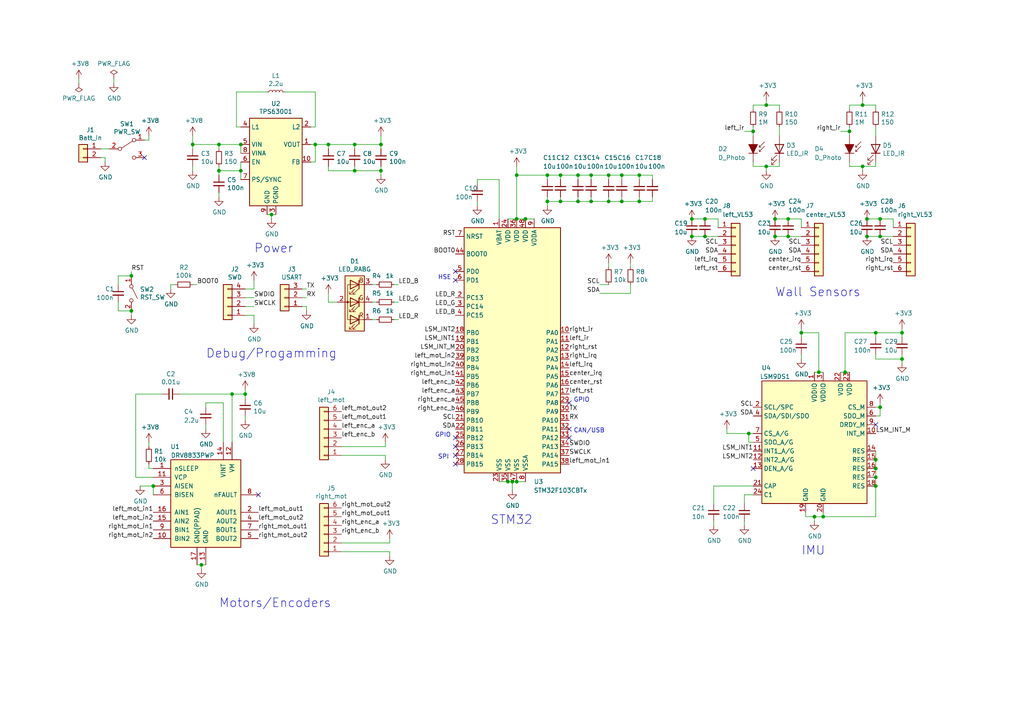
<source format=kicad_sch>
(kicad_sch (version 20230121) (generator eeschema)
  (paper "A4")
  (junction (at 149.86 139.7))
  (junction (at 102.87 41.91))
  (junction (at 171.45 50.8))
  (junction (at 222.25 48.26))
  (junction (at 250.19 30.48))
  (junction (at 67.31 114.3))
  (junction (at 237.49 107.95))
  (junction (at 180.34 50.8))
  (junction (at 152.4 63.5))
  (junction (at 58.42 163.83))
  (junction (at 228.6 68.58))
  (junction (at 149.86 50.8))
  (junction (at 255.27 118.11))
  (junction (at 245.11 107.95))
  (junction (at 147.32 139.7))
  (junction (at 236.22 149.86))
  (junction (at 149.86 63.5))
  (junction (at 200.66 63.5))
  (junction (at 222.25 30.48))
  (junction (at 78.74 62.23))
  (junction (at 250.19 48.26))
  (junction (at 238.76 149.86))
  (junction (at 254 138.43))
  (junction (at 218.44 38.1))
  (junction (at 254 140.97))
  (junction (at 251.46 68.58))
  (junction (at 224.79 68.58))
  (junction (at 38.1 90.17))
  (junction (at 63.5 49.53))
  (junction (at 91.44 41.91))
  (junction (at 254 133.35))
  (junction (at 204.47 63.5))
  (junction (at 200.66 68.58))
  (junction (at 251.46 63.5))
  (junction (at 44.45 140.97))
  (junction (at 158.75 50.8))
  (junction (at 110.49 41.91))
  (junction (at 204.47 68.58))
  (junction (at 71.12 114.3))
  (junction (at 232.41 96.52))
  (junction (at 110.49 49.53))
  (junction (at 63.5 41.91))
  (junction (at 254 96.52))
  (junction (at 158.75 58.42))
  (junction (at 255.27 63.5))
  (junction (at 254 135.89))
  (junction (at 162.56 50.8))
  (junction (at 167.64 50.8))
  (junction (at 162.56 58.42))
  (junction (at 246.38 38.1))
  (junction (at 228.6 63.5))
  (junction (at 55.88 41.91))
  (junction (at 148.59 139.7))
  (junction (at 176.53 58.42))
  (junction (at 185.42 50.8))
  (junction (at 102.87 49.53))
  (junction (at 95.25 41.91))
  (junction (at 171.45 58.42))
  (junction (at 224.79 63.5))
  (junction (at 261.62 96.52))
  (junction (at 180.34 58.42))
  (junction (at 167.64 58.42))
  (junction (at 261.62 104.14))
  (junction (at 255.27 68.58))
  (junction (at 176.53 50.8))
  (junction (at 69.85 41.91))
  (junction (at 69.85 49.53))
  (junction (at 217.17 125.73))
  (junction (at 38.1 80.01))
  (junction (at 185.42 58.42))
  (no_connect (at 41.91 45.72))
  (no_connect (at 165.1 124.46))
  (no_connect (at 132.08 127))
  (no_connect (at 218.44 135.89))
  (no_connect (at 132.08 78.74))
  (no_connect (at 132.08 132.08))
  (no_connect (at 74.93 143.51))
  (no_connect (at 132.08 134.62))
  (no_connect (at 132.08 129.54))
  (no_connect (at 132.08 81.28))
  (no_connect (at 165.1 116.84))
  (no_connect (at 165.1 127))
  (no_connect (at 254 123.19))
  (wire (pts (xy 138.43 52.07) (xy 138.43 53.34)))
  (wire (pts (xy 114.3 82.55) (xy 115.57 82.55)))
  (wire (pts (xy 222.25 49.53) (xy 222.25 48.26)))
  (wire (pts (xy 171.45 57.15) (xy 171.45 58.42)))
  (wire (pts (xy 162.56 50.8) (xy 167.64 50.8)))
  (wire (pts (xy 138.43 58.42) (xy 138.43 59.69)))
  (wire (pts (xy 167.64 58.42) (xy 171.45 58.42)))
  (wire (pts (xy 232.41 66.04) (xy 232.41 63.5)))
  (wire (pts (xy 180.34 52.07) (xy 180.34 50.8)))
  (wire (pts (xy 171.45 52.07) (xy 171.45 50.8)))
  (wire (pts (xy 77.47 62.23) (xy 78.74 62.23)))
  (wire (pts (xy 243.84 107.95) (xy 245.11 107.95)))
  (wire (pts (xy 254 36.83) (xy 254 39.37)))
  (wire (pts (xy 144.78 139.7) (xy 147.32 139.7)))
  (wire (pts (xy 77.47 26.67) (xy 68.58 26.67)))
  (wire (pts (xy 245.11 107.95) (xy 246.38 107.95)))
  (wire (pts (xy 255.27 116.84) (xy 255.27 118.11)))
  (wire (pts (xy 237.49 107.95) (xy 237.49 96.52)))
  (wire (pts (xy 226.06 48.26) (xy 226.06 46.99)))
  (wire (pts (xy 208.28 66.04) (xy 208.28 63.5)))
  (wire (pts (xy 250.19 49.53) (xy 250.19 48.26)))
  (wire (pts (xy 22.86 22.86) (xy 22.86 24.13)))
  (wire (pts (xy 69.85 49.53) (xy 69.85 52.07)))
  (wire (pts (xy 218.44 30.48) (xy 222.25 30.48)))
  (wire (pts (xy 102.87 49.53) (xy 110.49 49.53)))
  (wire (pts (xy 182.88 85.09) (xy 182.88 82.55)))
  (wire (pts (xy 29.21 45.72) (xy 30.48 45.72)))
  (wire (pts (xy 185.42 57.15) (xy 185.42 58.42)))
  (wire (pts (xy 63.5 41.91) (xy 55.88 41.91)))
  (wire (pts (xy 95.25 87.63) (xy 97.79 87.63)))
  (wire (pts (xy 250.19 48.26) (xy 254 48.26)))
  (wire (pts (xy 95.25 49.53) (xy 102.87 49.53)))
  (wire (pts (xy 29.21 43.18) (xy 31.75 43.18)))
  (wire (pts (xy 102.87 41.91) (xy 95.25 41.91)))
  (wire (pts (xy 44.45 135.89) (xy 43.18 135.89)))
  (wire (pts (xy 95.25 48.26) (xy 95.25 49.53)))
  (wire (pts (xy 107.95 92.71) (xy 109.22 92.71)))
  (wire (pts (xy 99.06 132.08) (xy 111.76 132.08)))
  (wire (pts (xy 57.15 163.83) (xy 58.42 163.83)))
  (wire (pts (xy 226.06 30.48) (xy 226.06 31.75)))
  (wire (pts (xy 218.44 36.83) (xy 218.44 38.1)))
  (wire (pts (xy 243.84 38.1) (xy 246.38 38.1)))
  (wire (pts (xy 182.88 76.2) (xy 182.88 77.47)))
  (wire (pts (xy 63.5 48.26) (xy 63.5 49.53)))
  (wire (pts (xy 171.45 58.42) (xy 176.53 58.42)))
  (wire (pts (xy 162.56 57.15) (xy 162.56 58.42)))
  (wire (pts (xy 162.56 58.42) (xy 167.64 58.42)))
  (wire (pts (xy 91.44 46.99) (xy 90.17 46.99)))
  (wire (pts (xy 148.59 142.24) (xy 148.59 139.7)))
  (wire (pts (xy 232.41 104.14) (xy 232.41 102.87)))
  (wire (pts (xy 222.25 30.48) (xy 226.06 30.48)))
  (wire (pts (xy 232.41 96.52) (xy 232.41 95.25)))
  (wire (pts (xy 71.12 91.44) (xy 73.66 91.44)))
  (wire (pts (xy 87.63 86.36) (xy 88.9 86.36)))
  (wire (pts (xy 233.68 149.86) (xy 236.22 149.86)))
  (wire (pts (xy 38.1 90.17) (xy 38.1 91.44)))
  (wire (pts (xy 107.95 82.55) (xy 109.22 82.55)))
  (wire (pts (xy 55.88 39.37) (xy 55.88 41.91)))
  (wire (pts (xy 167.64 50.8) (xy 171.45 50.8)))
  (wire (pts (xy 232.41 68.58) (xy 228.6 68.58)))
  (wire (pts (xy 207.01 140.97) (xy 207.01 146.05)))
  (wire (pts (xy 210.82 125.73) (xy 210.82 124.46)))
  (wire (pts (xy 180.34 50.8) (xy 185.42 50.8)))
  (wire (pts (xy 254 138.43) (xy 254 140.97)))
  (wire (pts (xy 102.87 43.18) (xy 102.87 41.91)))
  (wire (pts (xy 110.49 43.18) (xy 110.49 41.91)))
  (wire (pts (xy 110.49 49.53) (xy 110.49 48.26)))
  (wire (pts (xy 110.49 49.53) (xy 110.49 50.8)))
  (wire (pts (xy 232.41 96.52) (xy 232.41 97.79)))
  (wire (pts (xy 111.76 132.08) (xy 111.76 133.35)))
  (wire (pts (xy 246.38 36.83) (xy 246.38 38.1)))
  (wire (pts (xy 102.87 48.26) (xy 102.87 49.53)))
  (wire (pts (xy 110.49 41.91) (xy 102.87 41.91)))
  (wire (pts (xy 250.19 30.48) (xy 254 30.48)))
  (wire (pts (xy 95.25 43.18) (xy 95.25 41.91)))
  (wire (pts (xy 113.03 157.48) (xy 113.03 156.21)))
  (wire (pts (xy 218.44 125.73) (xy 217.17 125.73)))
  (wire (pts (xy 63.5 57.15) (xy 63.5 55.88)))
  (wire (pts (xy 69.85 41.91) (xy 63.5 41.91)))
  (wire (pts (xy 59.69 123.19) (xy 59.69 124.46)))
  (wire (pts (xy 254 130.81) (xy 254 133.35)))
  (wire (pts (xy 52.07 114.3) (xy 67.31 114.3)))
  (wire (pts (xy 222.25 48.26) (xy 226.06 48.26)))
  (wire (pts (xy 254 48.26) (xy 254 46.99)))
  (wire (pts (xy 233.68 148.59) (xy 233.68 149.86)))
  (wire (pts (xy 55.88 48.26) (xy 55.88 49.53)))
  (wire (pts (xy 44.45 140.97) (xy 40.64 140.97)))
  (wire (pts (xy 71.12 114.3) (xy 71.12 115.57)))
  (wire (pts (xy 238.76 149.86) (xy 238.76 148.59)))
  (wire (pts (xy 95.25 41.91) (xy 91.44 41.91)))
  (wire (pts (xy 39.37 138.43) (xy 44.45 138.43)))
  (wire (pts (xy 154.94 63.5) (xy 152.4 63.5)))
  (wire (pts (xy 207.01 152.4) (xy 207.01 151.13)))
  (wire (pts (xy 55.88 43.18) (xy 55.88 41.91)))
  (wire (pts (xy 152.4 63.5) (xy 149.86 63.5)))
  (wire (pts (xy 217.17 125.73) (xy 217.17 128.27)))
  (wire (pts (xy 149.86 139.7) (xy 152.4 139.7)))
  (wire (pts (xy 208.28 68.58) (xy 204.47 68.58)))
  (wire (pts (xy 69.85 41.91) (xy 69.85 44.45)))
  (wire (pts (xy 261.62 95.25) (xy 261.62 96.52)))
  (wire (pts (xy 33.02 22.86) (xy 33.02 24.13)))
  (wire (pts (xy 185.42 50.8) (xy 189.23 50.8)))
  (wire (pts (xy 217.17 125.73) (xy 210.82 125.73)))
  (wire (pts (xy 218.44 31.75) (xy 218.44 30.48)))
  (wire (pts (xy 261.62 105.41) (xy 261.62 104.14)))
  (wire (pts (xy 204.47 63.5) (xy 200.66 63.5)))
  (wire (pts (xy 261.62 96.52) (xy 261.62 97.79)))
  (wire (pts (xy 250.19 29.21) (xy 250.19 30.48)))
  (wire (pts (xy 43.18 128.27) (xy 43.18 129.54)))
  (wire (pts (xy 158.75 52.07) (xy 158.75 50.8)))
  (wire (pts (xy 58.42 163.83) (xy 59.69 163.83)))
  (wire (pts (xy 71.12 121.92) (xy 71.12 120.65)))
  (wire (pts (xy 114.3 87.63) (xy 115.57 87.63)))
  (wire (pts (xy 237.49 107.95) (xy 236.22 107.95)))
  (wire (pts (xy 68.58 26.67) (xy 68.58 36.83)))
  (wire (pts (xy 176.53 52.07) (xy 176.53 50.8)))
  (wire (pts (xy 63.5 43.18) (xy 63.5 41.91)))
  (wire (pts (xy 82.55 26.67) (xy 91.44 26.67)))
  (wire (pts (xy 39.37 114.3) (xy 39.37 138.43)))
  (wire (pts (xy 167.64 57.15) (xy 167.64 58.42)))
  (wire (pts (xy 69.85 46.99) (xy 69.85 49.53)))
  (wire (pts (xy 71.12 83.82) (xy 73.66 83.82)))
  (wire (pts (xy 180.34 58.42) (xy 185.42 58.42)))
  (wire (pts (xy 254 118.11) (xy 255.27 118.11)))
  (wire (pts (xy 254 96.52) (xy 261.62 96.52)))
  (wire (pts (xy 99.06 160.02) (xy 113.03 160.02)))
  (wire (pts (xy 180.34 57.15) (xy 180.34 58.42)))
  (wire (pts (xy 246.38 30.48) (xy 250.19 30.48)))
  (wire (pts (xy 261.62 104.14) (xy 261.62 102.87)))
  (wire (pts (xy 254 30.48) (xy 254 31.75)))
  (wire (pts (xy 215.9 152.4) (xy 215.9 151.13)))
  (wire (pts (xy 41.91 40.64) (xy 43.18 40.64)))
  (wire (pts (xy 218.44 38.1) (xy 218.44 39.37)))
  (wire (pts (xy 38.1 78.74) (xy 38.1 80.01)))
  (wire (pts (xy 204.47 68.58) (xy 200.66 68.58)))
  (wire (pts (xy 71.12 88.9) (xy 73.66 88.9)))
  (wire (pts (xy 254 149.86) (xy 238.76 149.86)))
  (wire (pts (xy 44.45 140.97) (xy 44.45 143.51)))
  (wire (pts (xy 255.27 120.65) (xy 254 120.65)))
  (wire (pts (xy 71.12 113.03) (xy 71.12 114.3)))
  (wire (pts (xy 113.03 160.02) (xy 113.03 161.29)))
  (wire (pts (xy 43.18 135.89) (xy 43.18 134.62)))
  (wire (pts (xy 99.06 157.48) (xy 113.03 157.48)))
  (wire (pts (xy 107.95 87.63) (xy 109.22 87.63)))
  (wire (pts (xy 246.38 38.1) (xy 246.38 39.37)))
  (wire (pts (xy 73.66 83.82) (xy 73.66 81.28)))
  (wire (pts (xy 34.29 87.63) (xy 34.29 90.17)))
  (wire (pts (xy 111.76 129.54) (xy 111.76 128.27)))
  (wire (pts (xy 73.66 91.44) (xy 73.66 93.98)))
  (wire (pts (xy 64.77 116.84) (xy 59.69 116.84)))
  (wire (pts (xy 189.23 58.42) (xy 189.23 57.15)))
  (wire (pts (xy 34.29 90.17) (xy 38.1 90.17)))
  (wire (pts (xy 218.44 46.99) (xy 218.44 48.26)))
  (wire (pts (xy 208.28 63.5) (xy 204.47 63.5)))
  (wire (pts (xy 158.75 57.15) (xy 158.75 58.42)))
  (wire (pts (xy 46.99 114.3) (xy 39.37 114.3)))
  (wire (pts (xy 255.27 68.58) (xy 251.46 68.58)))
  (wire (pts (xy 176.53 58.42) (xy 180.34 58.42)))
  (wire (pts (xy 254 140.97) (xy 254 149.86)))
  (wire (pts (xy 259.08 68.58) (xy 255.27 68.58)))
  (wire (pts (xy 255.27 118.11) (xy 255.27 120.65)))
  (wire (pts (xy 34.29 82.55) (xy 34.29 80.01)))
  (wire (pts (xy 232.41 63.5) (xy 228.6 63.5)))
  (wire (pts (xy 189.23 50.8) (xy 189.23 52.07)))
  (wire (pts (xy 185.42 52.07) (xy 185.42 50.8)))
  (wire (pts (xy 67.31 114.3) (xy 71.12 114.3)))
  (wire (pts (xy 158.75 59.69) (xy 158.75 58.42)))
  (wire (pts (xy 255.27 63.5) (xy 251.46 63.5)))
  (wire (pts (xy 67.31 128.27) (xy 67.31 114.3)))
  (wire (pts (xy 58.42 165.1) (xy 58.42 163.83)))
  (wire (pts (xy 144.78 52.07) (xy 138.43 52.07)))
  (wire (pts (xy 218.44 143.51) (xy 215.9 143.51)))
  (wire (pts (xy 173.99 85.09) (xy 182.88 85.09)))
  (wire (pts (xy 167.64 52.07) (xy 167.64 50.8)))
  (wire (pts (xy 87.63 88.9) (xy 88.9 88.9)))
  (wire (pts (xy 91.44 41.91) (xy 91.44 46.99)))
  (wire (pts (xy 254 133.35) (xy 254 135.89)))
  (wire (pts (xy 237.49 96.52) (xy 232.41 96.52)))
  (wire (pts (xy 176.53 57.15) (xy 176.53 58.42)))
  (wire (pts (xy 55.88 82.55) (xy 57.15 82.55)))
  (wire (pts (xy 215.9 143.51) (xy 215.9 146.05)))
  (wire (pts (xy 78.74 62.23) (xy 80.01 62.23)))
  (wire (pts (xy 218.44 48.26) (xy 222.25 48.26)))
  (wire (pts (xy 158.75 50.8) (xy 162.56 50.8)))
  (wire (pts (xy 30.48 45.72) (xy 30.48 46.99)))
  (wire (pts (xy 78.74 63.5) (xy 78.74 62.23)))
  (wire (pts (xy 73.66 86.36) (xy 71.12 86.36)))
  (wire (pts (xy 144.78 63.5) (xy 144.78 52.07)))
  (wire (pts (xy 34.29 80.01) (xy 38.1 80.01)))
  (wire (pts (xy 238.76 107.95) (xy 237.49 107.95)))
  (wire (pts (xy 246.38 46.99) (xy 246.38 48.26)))
  (wire (pts (xy 59.69 116.84) (xy 59.69 118.11)))
  (wire (pts (xy 215.9 38.1) (xy 218.44 38.1)))
  (wire (pts (xy 228.6 68.58) (xy 224.79 68.58)))
  (wire (pts (xy 63.5 49.53) (xy 69.85 49.53)))
  (wire (pts (xy 254 96.52) (xy 254 97.79)))
  (wire (pts (xy 236.22 149.86) (xy 238.76 149.86)))
  (wire (pts (xy 185.42 58.42) (xy 189.23 58.42)))
  (wire (pts (xy 176.53 50.8) (xy 180.34 50.8)))
  (wire (pts (xy 99.06 129.54) (xy 111.76 129.54)))
  (wire (pts (xy 50.8 82.55) (xy 49.53 82.55)))
  (wire (pts (xy 63.5 50.8) (xy 63.5 49.53)))
  (wire (pts (xy 236.22 151.13) (xy 236.22 149.86)))
  (wire (pts (xy 149.86 48.26) (xy 149.86 50.8)))
  (wire (pts (xy 91.44 36.83) (xy 90.17 36.83)))
  (wire (pts (xy 218.44 140.97) (xy 207.01 140.97)))
  (wire (pts (xy 64.77 128.27) (xy 64.77 116.84)))
  (wire (pts (xy 173.99 82.55) (xy 176.53 82.55)))
  (wire (pts (xy 259.08 66.04) (xy 259.08 63.5)))
  (wire (pts (xy 171.45 50.8) (xy 176.53 50.8)))
  (wire (pts (xy 91.44 26.67) (xy 91.44 36.83)))
  (wire (pts (xy 110.49 39.37) (xy 110.49 41.91)))
  (wire (pts (xy 43.18 40.64) (xy 43.18 39.37)))
  (wire (pts (xy 149.86 63.5) (xy 147.32 63.5)))
  (wire (pts (xy 68.58 36.83) (xy 69.85 36.83)))
  (wire (pts (xy 245.11 96.52) (xy 254 96.52)))
  (wire (pts (xy 158.75 50.8) (xy 149.86 50.8)))
  (wire (pts (xy 259.08 63.5) (xy 255.27 63.5)))
  (wire (pts (xy 88.9 88.9) (xy 88.9 90.17)))
  (wire (pts (xy 87.63 83.82) (xy 88.9 83.82)))
  (wire (pts (xy 217.17 128.27) (xy 218.44 128.27)))
  (wire (pts (xy 254 102.87) (xy 254 104.14)))
  (wire (pts (xy 114.3 92.71) (xy 115.57 92.71)))
  (wire (pts (xy 222.25 29.21) (xy 222.25 30.48)))
  (wire (pts (xy 245.11 107.95) (xy 245.11 96.52)))
  (wire (pts (xy 176.53 76.2) (xy 176.53 77.47)))
  (wire (pts (xy 228.6 63.5) (xy 224.79 63.5)))
  (wire (pts (xy 246.38 31.75) (xy 246.38 30.48)))
  (wire (pts (xy 254 104.14) (xy 261.62 104.14)))
  (wire (pts (xy 246.38 48.26) (xy 250.19 48.26)))
  (wire (pts (xy 162.56 52.07) (xy 162.56 50.8)))
  (wire (pts (xy 95.25 85.09) (xy 95.25 87.63)))
  (wire (pts (xy 158.75 58.42) (xy 162.56 58.42)))
  (wire (pts (xy 148.59 139.7) (xy 149.86 139.7)))
  (wire (pts (xy 49.53 82.55) (xy 49.53 83.82)))
  (wire (pts (xy 147.32 139.7) (xy 148.59 139.7)))
  (wire (pts (xy 254 135.89) (xy 254 138.43)))
  (wire (pts (xy 226.06 36.83) (xy 226.06 39.37)))
  (wire (pts (xy 149.86 50.8) (xy 149.86 63.5)))
  (wire (pts (xy 90.17 41.91) (xy 91.44 41.91)))
  (text "GPIO" (at 130.81 127 0) (effects (font (size 1.27 1.27)) (justify right bottom)))
  (text "IMU\n" (at 232.41 161.29 0) (effects (font (size 2.54 2.54)) (justify left bottom)))
  (text "SPI\n" (at 127 133.35 0) (effects (font (size 1.27 1.27)) (justify left bottom)))
  (text "Debug/Progamming" (at 59.69 104.14 0) (effects (font (size 2.54 2.54)) (justify left bottom)))
  (text "HSE" (at 127 81.28 0) (effects (font (size 1.27 1.27)) (justify left bottom)))
  (text "Wall Sensors" (at 224.79 86.36 0) (effects (font (size 2.54 2.54)) (justify left bottom)))
  (text "STM32\n" (at 142.24 152.4 0) (effects (font (size 2.54 2.54)) (justify left bottom)))
  (text "Power" (at 73.66 73.66 0) (effects (font (size 2.54 2.54)) (justify left bottom)))
  (text "GPIO" (at 166.37 116.84 0) (effects (font (size 1.27 1.27)) (justify left bottom)))
  (text "CAN/USB\n" (at 166.37 125.73 0) (effects (font (size 1.27 1.27)) (justify left bottom)))
  (text "Motors/Encoders" (at 63.5 176.53 0) (effects (font (size 2.54 2.54)) (justify left bottom)))
  (label "right_mot_in2" (at 132.08 106.68 180))
  (label "left_mot_in1" (at 44.45 148.59 180))
  (label "right_rst" (at 259.08 78.74 180))
  (label "SWDIO" (at 165.1 129.54 0))
  (label "LSM_INT1" (at 132.08 99.06 180))
  (label "left_enc_b" (at 132.08 111.76 180))
  (label "LED_B" (at 132.08 91.44 180))
  (label "center_rst" (at 165.1 111.76 0))
  (label "right_enc_a" (at 132.08 116.84 180))
  (label "right_mot_out1" (at 99.06 149.86 0))
  (label "center_irq" (at 232.41 76.2 180))
  (label "left_irq" (at 208.28 76.2 180))
  (label "left_mot_out2" (at 74.93 151.13 0))
  (label "SDA" (at 208.28 73.66 180))
  (label "TX" (at 165.1 119.38 0))
  (label "SDA" (at 132.08 124.46 180))
  (label "center_rst" (at 232.41 78.74 180))
  (label "right_mot_in1" (at 44.45 153.67 180))
  (label "left_rst" (at 165.1 114.3 0))
  (label "right_mot_out2" (at 99.06 147.32 0))
  (label "right_mot_out2" (at 74.93 156.21 0))
  (label "right_enc_a" (at 99.06 152.4 0))
  (label "RX" (at 165.1 121.92 0))
  (label "BOOT0" (at 132.08 73.66 180))
  (label "left_mot_in1" (at 165.1 134.62 0))
  (label "LSM_INT2" (at 218.44 133.35 180))
  (label "SWDIO" (at 73.66 86.36 0))
  (label "LSM_INT1" (at 218.44 130.81 180))
  (label "right_ir" (at 243.84 38.1 180))
  (label "SCL" (at 132.08 121.92 180))
  (label "left_ir" (at 165.1 99.06 0))
  (label "LED_B" (at 115.57 82.55 0))
  (label "LED_R" (at 115.57 92.71 0))
  (label "left_mot_out1" (at 99.06 121.92 0))
  (label "LED_R" (at 132.08 86.36 180))
  (label "SCL" (at 173.99 82.55 180))
  (label "left_mot_out1" (at 74.93 148.59 0))
  (label "right_mot_in2" (at 44.45 156.21 180))
  (label "LSM_INT_M" (at 132.08 101.6 180))
  (label "left_irq" (at 165.1 106.68 0))
  (label "SDA" (at 173.99 85.09 180))
  (label "SCL" (at 259.08 71.12 180))
  (label "left_enc_a" (at 99.06 124.46 0))
  (label "right_enc_b" (at 132.08 119.38 180))
  (label "SWCLK" (at 165.1 132.08 0))
  (label "right_mot_in1" (at 132.08 109.22 180))
  (label "SDA" (at 218.44 120.65 180))
  (label "SDA" (at 259.08 73.66 180))
  (label "right_enc_b" (at 99.06 154.94 0))
  (label "SCL" (at 218.44 118.11 180))
  (label "SCL" (at 208.28 71.12 180))
  (label "BOOT0" (at 57.15 82.55 0))
  (label "TX" (at 88.9 83.82 0))
  (label "right_mot_out1" (at 74.93 153.67 0))
  (label "right_ir" (at 165.1 96.52 0))
  (label "left_enc_a" (at 132.08 114.3 180))
  (label "left_enc_b" (at 99.06 127 0))
  (label "SWCLK" (at 73.66 88.9 0))
  (label "left_mot_out2" (at 99.06 119.38 0))
  (label "SCL" (at 232.41 71.12 180))
  (label "left_mot_in2" (at 132.08 104.14 180))
  (label "LSM_INT2" (at 132.08 96.52 180))
  (label "LED_G" (at 132.08 88.9 180))
  (label "left_ir" (at 215.9 38.1 180))
  (label "right_irq" (at 259.08 76.2 180))
  (label "LSM_INT_M" (at 254 125.73 0))
  (label "right_rst" (at 165.1 101.6 0))
  (label "left_rst" (at 208.28 78.74 180))
  (label "LED_G" (at 115.57 87.63 0))
  (label "RST" (at 132.08 68.58 180))
  (label "RX" (at 88.9 86.36 0))
  (label "left_mot_in2" (at 44.45 151.13 180))
  (label "center_irq" (at 165.1 109.22 0))
  (label "SDA" (at 232.41 73.66 180))
  (label "right_irq" (at 165.1 104.14 0))
  (label "RST" (at 38.1 78.74 0))
  (symbol (lib_id "MCU_ST_STM32F1:STM32F103CBTx") (at 149.86 101.6 0) (unit 1)
    (property "Reference" "U3" (at 156.21 139.7 0))
    (property "Value" "STM32F103CBTx" (at 162.56 142.24 0))
    (property "Footprint" "Package_QFP:LQFP-48_7x7mm_P0.5mm" (effects hide))
    (property "Datasheet" "http://www.st.com/st-web-ui/static/active/en/resource/technical/document/datasheet/CD00161566.pdf" (effects hide))
  )
  (symbol (lib_id "Regulator_Switching:TPS63001") (at 80.01 46.99 0) (unit 1)
    (property "Reference" "U2" (at 80.01 30.0482 0))
    (property "Value" "TPS63001" (at 80.01 32.3596 0))
    (property "Footprint" "Package_SON:Texas_DRC0010J_ThermalVias" (effects hide))
    (property "Datasheet" "http://www.ti.com/lit/ds/symlink/tps63000.pdf" (effects hide))
  )
  (symbol (lib_id "Connector_Generic:Conn_01x02") (at 24.13 43.18 0) (mirror y) (unit 1)
    (property "Reference" "J1" (at 26.2128 37.6682 0))
    (property "Value" "Batt_In" (at 26.2128 39.9796 0))
    (property "Footprint" "Connector_JST:JST_PH_S2B-PH-SM4-TB_1x02-1MP_P2.00mm_Horizontal" (effects hide))
  )
  (symbol (lib_id "power:GND") (at 30.48 46.99 0) (unit 1)
    (property "Reference" "#PWR0101" (effects hide))
    (property "Value" "GND" (at 30.607 51.3842 0))
  )
  (symbol (lib_id "Switch:SW_SPDT") (at 36.83 43.18 0) (unit 1)
    (property "Reference" "SW1" (at 36.83 35.941 0))
    (property "Value" "PWR_SW" (at 36.83 38.2524 0))
    (property "Footprint" "Connector_PinHeader_2.54mm:PinHeader_1x03_P2.54mm_Vertical" (effects hide))
  )
  (symbol (lib_id "power:+3V8") (at 43.18 39.37 0) (unit 1)
    (property "Reference" "#PWR0102" (effects hide))
    (property "Value" "+3V8" (at 43.561 34.9758 0))
  )
  (symbol (lib_id "Device:C_Small") (at 55.88 45.72 0) (unit 1)
    (property "Reference" "C3" (at 58.2168 44.5516 0) (effects (justify left)))
    (property "Value" "10u" (at 58.2168 46.863 0) (effects (justify left)))
    (property "Footprint" "Capacitor_SMD:C_0805_2012Metric" (effects hide))
  )
  (symbol (lib_id "power:GND") (at 78.74 63.5 0) (unit 1)
    (property "Reference" "#PWR0103" (effects hide))
    (property "Value" "GND" (at 78.867 67.8942 0))
  )
  (symbol (lib_id "Device:R_Small") (at 63.5 45.72 0) (unit 1)
    (property "Reference" "R3" (at 64.9986 44.5516 0) (effects (justify left)))
    (property "Value" "150" (at 64.9986 46.863 0) (effects (justify left)))
    (property "Footprint" "LED_SMD:LED_0603_1608Metric" (effects hide))
  )
  (symbol (lib_id "power:+3V8") (at 55.88 39.37 0) (unit 1)
    (property "Reference" "#PWR0104" (effects hide))
    (property "Value" "+3V8" (at 56.261 34.9758 0))
  )
  (symbol (lib_id "power:GND") (at 55.88 49.53 0) (unit 1)
    (property "Reference" "#PWR0105" (effects hide))
    (property "Value" "GND" (at 56.007 53.9242 0))
  )
  (symbol (lib_id "Device:L_Small") (at 80.01 26.67 90) (unit 1)
    (property "Reference" "L1" (at 80.01 21.971 90))
    (property "Value" "2.2u" (at 80.01 24.2824 90))
    (property "Footprint" "Inductor_SMD:L_Coilcraft_LPS4018" (effects hide))
  )
  (symbol (lib_id "Device:C_Small") (at 63.5 53.34 0) (unit 1)
    (property "Reference" "C5" (at 65.8368 52.1716 0) (effects (justify left)))
    (property "Value" "100n" (at 65.8368 54.483 0) (effects (justify left)))
    (property "Footprint" "Capacitor_SMD:C_0805_2012Metric" (effects hide))
  )
  (symbol (lib_id "power:GND") (at 63.5 57.15 0) (unit 1)
    (property "Reference" "#PWR0106" (effects hide))
    (property "Value" "GND" (at 63.627 61.5442 0))
  )
  (symbol (lib_id "Device:C_Small") (at 95.25 45.72 0) (unit 1)
    (property "Reference" "C7" (at 97.5868 44.5516 0) (effects (justify left)))
    (property "Value" "10u" (at 97.5868 46.863 0) (effects (justify left)))
    (property "Footprint" "Capacitor_SMD:C_0805_2012Metric" (effects hide))
  )
  (symbol (lib_id "Device:C_Small") (at 102.87 45.72 0) (unit 1)
    (property "Reference" "C8" (at 105.2068 44.5516 0) (effects (justify left)))
    (property "Value" "10u" (at 105.2068 46.863 0) (effects (justify left)))
    (property "Footprint" "Capacitor_SMD:C_0805_2012Metric" (effects hide))
  )
  (symbol (lib_id "Device:C_Small") (at 110.49 45.72 0) (unit 1)
    (property "Reference" "C9" (at 112.8268 44.5516 0) (effects (justify left)))
    (property "Value" "100n" (at 112.8268 46.863 0) (effects (justify left)))
    (property "Footprint" "Capacitor_SMD:C_0805_2012Metric" (effects hide))
  )
  (symbol (lib_id "power:GND") (at 110.49 50.8 0) (unit 1)
    (property "Reference" "#PWR0107" (effects hide))
    (property "Value" "GND" (at 110.617 55.1942 0))
  )
  (symbol (lib_id "power:+3V3") (at 110.49 39.37 0) (unit 1)
    (property "Reference" "#PWR0108" (effects hide))
    (property "Value" "+3V3" (at 110.871 34.9758 0))
  )
  (symbol (lib_id "Device:C_Small") (at 158.75 54.61 0) (unit 1)
    (property "Reference" "C11" (at 157.48 45.72 0) (effects (justify left)))
    (property "Value" "10u" (at 157.48 48.26 0) (effects (justify left)))
    (property "Footprint" "Capacitor_SMD:C_0805_2012Metric" (effects hide))
  )
  (symbol (lib_id "Device:C_Small") (at 162.56 54.61 0) (unit 1)
    (property "Reference" "C12" (at 161.29 45.72 0) (effects (justify left)))
    (property "Value" "100n" (at 161.29 48.26 0) (effects (justify left)))
    (property "Footprint" "Capacitor_SMD:C_0805_2012Metric" (effects hide))
  )
  (symbol (lib_id "Device:C_Small") (at 167.64 54.61 0) (unit 1)
    (property "Reference" "C13" (at 166.37 45.72 0) (effects (justify left)))
    (property "Value" "10u" (at 166.37 48.26 0) (effects (justify left)))
    (property "Footprint" "Capacitor_SMD:C_0805_2012Metric" (effects hide))
  )
  (symbol (lib_id "Device:C_Small") (at 171.45 54.61 0) (unit 1)
    (property "Reference" "C14" (at 170.18 45.72 0) (effects (justify left)))
    (property "Value" "100n" (at 170.18 48.26 0) (effects (justify left)))
    (property "Footprint" "Capacitor_SMD:C_0805_2012Metric" (effects hide))
  )
  (symbol (lib_id "Device:C_Small") (at 176.53 54.61 0) (unit 1)
    (property "Reference" "C15" (at 175.26 45.72 0) (effects (justify left)))
    (property "Value" "10u" (at 175.26 48.26 0) (effects (justify left)))
    (property "Footprint" "Capacitor_SMD:C_0805_2012Metric" (effects hide))
  )
  (symbol (lib_id "Device:C_Small") (at 180.34 54.61 0) (unit 1)
    (property "Reference" "C16" (at 179.07 45.72 0) (effects (justify left)))
    (property "Value" "100n" (at 179.07 48.26 0) (effects (justify left)))
    (property "Footprint" "Capacitor_SMD:C_0805_2012Metric" (effects hide))
  )
  (symbol (lib_id "Device:C_Small") (at 185.42 54.61 0) (unit 1)
    (property "Reference" "C17" (at 184.15 45.72 0) (effects (justify left)))
    (property "Value" "10u" (at 184.15 48.26 0) (effects (justify left)))
    (property "Footprint" "Capacitor_SMD:C_0805_2012Metric" (effects hide))
  )
  (symbol (lib_id "Device:C_Small") (at 189.23 54.61 0) (unit 1)
    (property "Reference" "C18" (at 187.96 45.72 0) (effects (justify left)))
    (property "Value" "100n" (at 187.96 48.26 0) (effects (justify left)))
    (property "Footprint" "Capacitor_SMD:C_0805_2012Metric" (effects hide))
  )
  (symbol (lib_id "Device:C_Small") (at 138.43 55.88 0) (unit 1)
    (property "Reference" "C10" (at 134.62 54.61 0) (effects (justify left)))
    (property "Value" "100n" (at 132.08 57.15 0) (effects (justify left)))
    (property "Footprint" "Capacitor_SMD:C_0805_2012Metric" (effects hide))
  )
  (symbol (lib_id "power:+3V3") (at 149.86 48.26 0) (unit 1)
    (property "Reference" "#PWR0109" (effects hide))
    (property "Value" "+3V3" (at 150.241 43.8658 0))
  )
  (symbol (lib_id "power:GND") (at 158.75 59.69 0) (unit 1)
    (property "Reference" "#PWR0110" (effects hide))
    (property "Value" "GND" (at 158.877 64.0842 0))
  )
  (symbol (lib_id "power:GND") (at 148.59 142.24 0) (unit 1)
    (property "Reference" "#PWR0111" (effects hide))
    (property "Value" "GND" (at 148.717 146.6342 0))
  )
  (symbol (lib_id "power:GND") (at 138.43 59.69 0) (unit 1)
    (property "Reference" "#PWR0112" (effects hide))
    (property "Value" "GND" (at 138.557 64.0842 0))
  )
  (symbol (lib_id "CalSol_conn-switches:SW_SPST") (at 38.1 85.09 270) (unit 1)
    (property "Reference" "SW2" (at 40.5892 83.9216 90) (effects (justify left)))
    (property "Value" "RST_SW" (at 40.5892 86.233 90) (effects (justify left)))
    (property "Footprint" "Button_Switch_SMD:SW_Push_1P1T_NO_6x6mm_H9.5mm" (effects hide))
  )
  (symbol (lib_id "Device:C_Small") (at 34.29 85.09 0) (unit 1)
    (property "Reference" "C1" (at 30.48 83.82 0) (effects (justify left)))
    (property "Value" "100n" (at 27.94 86.36 0) (effects (justify left)))
    (property "Footprint" "Capacitor_SMD:C_0805_2012Metric" (effects hide))
  )
  (symbol (lib_id "power:GND") (at 38.1 91.44 0) (unit 1)
    (property "Reference" "#PWR0113" (effects hide))
    (property "Value" "GND" (at 38.227 95.8342 0))
  )
  (symbol (lib_id "Device:R_Small") (at 53.34 82.55 270) (unit 1)
    (property "Reference" "R2" (at 53.34 77.5716 90))
    (property "Value" "100k" (at 53.34 79.883 90))
    (property "Footprint" "LED_SMD:LED_0603_1608Metric" (effects hide))
  )
  (symbol (lib_id "power:GND") (at 49.53 83.82 0) (unit 1)
    (property "Reference" "#PWR0114" (effects hide))
    (property "Value" "GND" (at 49.657 88.2142 0))
  )
  (symbol (lib_id "Connector_Generic:Conn_01x04") (at 66.04 88.9 180) (unit 1)
    (property "Reference" "J2" (at 68.1228 78.105 0))
    (property "Value" "SWD" (at 68.1228 80.4164 0))
    (property "Footprint" "Connector_PinHeader_2.54mm:PinHeader_1x04_P2.54mm_Vertical" (effects hide))
  )
  (symbol (lib_id "power:GND") (at 73.66 93.98 0) (unit 1)
    (property "Reference" "#PWR0115" (effects hide))
    (property "Value" "GND" (at 73.787 98.3742 0))
  )
  (symbol (lib_id "power:+3V3") (at 73.66 81.28 0) (unit 1)
    (property "Reference" "#PWR0116" (effects hide))
    (property "Value" "+3V3" (at 74.041 76.8858 0))
  )
  (symbol (lib_id "Device:LED_RABG") (at 102.87 87.63 180) (unit 1)
    (property "Reference" "D1" (at 102.87 75.7682 0))
    (property "Value" "LED_RABG" (at 102.87 78.0796 0))
    (property "Footprint" "layout:LED_RGB_0606" (effects hide))
  )
  (symbol (lib_id "Connector_Generic:Conn_01x03") (at 82.55 86.36 180) (unit 1)
    (property "Reference" "J3" (at 84.6328 78.105 0))
    (property "Value" "USART" (at 84.6328 80.4164 0))
    (property "Footprint" "Connector_PinHeader_2.54mm:PinHeader_1x03_P2.54mm_Vertical" (effects hide))
  )
  (symbol (lib_id "power:GND") (at 88.9 90.17 0) (unit 1)
    (property "Reference" "#PWR0117" (effects hide))
    (property "Value" "GND" (at 89.027 94.5642 0))
  )
  (symbol (lib_id "power:+3V3") (at 95.25 85.09 0) (unit 1)
    (property "Reference" "#PWR0118" (effects hide))
    (property "Value" "+3V3" (at 95.631 80.6958 0))
  )
  (symbol (lib_id "Device:R_Small") (at 111.76 92.71 270) (unit 1)
    (property "Reference" "R6" (at 109.22 90.17 90))
    (property "Value" "1k" (at 113.03 90.17 90))
    (property "Footprint" "LED_SMD:LED_0603_1608Metric" (effects hide))
  )
  (symbol (lib_id "Device:R_Small") (at 111.76 87.63 90) (unit 1)
    (property "Reference" "R5" (at 109.22 85.09 90))
    (property "Value" "1k" (at 113.03 85.09 90))
    (property "Footprint" "LED_SMD:LED_0603_1608Metric" (effects hide))
  )
  (symbol (lib_id "Device:R_Small") (at 111.76 82.55 90) (unit 1)
    (property "Reference" "R4" (at 109.22 80.01 90))
    (property "Value" "1k" (at 113.03 80.01 90))
    (property "Footprint" "LED_SMD:LED_0603_1608Metric" (effects hide))
  )
  (symbol (lib_id "Driver_Motor:DRV8833PWP") (at 59.69 146.05 0) (unit 1)
    (property "Reference" "U1" (at 50.8 129.54 0))
    (property "Value" "DRV8833PWP" (at 55.88 132.08 0))
    (property "Footprint" "Package_SO:HTSSOP-16-1EP_4.4x5mm_P0.65mm_EP3.4x5mm_Mask2.46x2.31mm_ThermalVias" (effects hide))
    (property "Datasheet" "http://www.ti.com/lit/ds/symlink/drv8833.pdf" (effects hide))
  )
  (symbol (lib_id "power:GND") (at 58.42 165.1 0) (unit 1)
    (property "Reference" "#PWR0119" (effects hide))
    (property "Value" "GND" (at 58.547 169.4942 0))
  )
  (symbol (lib_id "power:GND") (at 40.64 140.97 0) (unit 1)
    (property "Reference" "#PWR0120" (effects hide))
    (property "Value" "GND" (at 40.767 145.3642 0))
  )
  (symbol (lib_id "Device:R_Small") (at 43.18 132.08 0) (unit 1)
    (property "Reference" "R1" (at 44.6786 130.9116 0) (effects (justify left)))
    (property "Value" "10k" (at 44.6786 133.223 0) (effects (justify left)))
    (property "Footprint" "LED_SMD:LED_0603_1608Metric" (effects hide))
  )
  (symbol (lib_id "power:+3V8") (at 43.18 128.27 0) (unit 1)
    (property "Reference" "#PWR0121" (effects hide))
    (property "Value" "+3V8" (at 43.561 123.8758 0))
  )
  (symbol (lib_id "Device:C_Small") (at 71.12 118.11 0) (unit 1)
    (property "Reference" "C6" (at 73.4568 116.9416 0) (effects (justify left)))
    (property "Value" "10u" (at 73.4568 119.253 0) (effects (justify left)))
    (property "Footprint" "Capacitor_SMD:C_0805_2012Metric" (effects hide))
  )
  (symbol (lib_id "Device:C_Small") (at 49.53 114.3 270) (unit 1)
    (property "Reference" "C2" (at 49.53 108.4834 90))
    (property "Value" "0.01u" (at 49.53 110.7948 90))
    (property "Footprint" "Capacitor_SMD:C_0805_2012Metric" (effects hide))
  )
  (symbol (lib_id "Device:C_Small") (at 59.69 120.65 0) (unit 1)
    (property "Reference" "C4" (at 53.34 119.38 0) (effects (justify left)))
    (property "Value" "2.2u" (at 53.34 121.92 0) (effects (justify left)))
    (property "Footprint" "Capacitor_SMD:C_0805_2012Metric" (effects hide))
  )
  (symbol (lib_id "power:GND") (at 59.69 124.46 0) (unit 1)
    (property "Reference" "#PWR0122" (effects hide))
    (property "Value" "GND" (at 59.817 128.8542 0))
  )
  (symbol (lib_id "power:GND") (at 71.12 121.92 0) (unit 1)
    (property "Reference" "#PWR0124" (effects hide))
    (property "Value" "GND" (at 71.247 126.3142 0))
  )
  (symbol (lib_id "power:+3V8") (at 71.12 113.03 0) (unit 1)
    (property "Reference" "#PWR0123" (effects hide))
    (property "Value" "+3V8" (at 71.501 108.6358 0))
  )
  (symbol (lib_id "Connector_Generic:Conn_01x06") (at 93.98 127 180) (unit 1)
    (property "Reference" "J4" (at 96.0628 113.665 0))
    (property "Value" "left_mot" (at 96.0628 115.9764 0))
    (property "Footprint" "Connector_PinHeader_2.54mm:PinHeader_1x06_P2.54mm_Horizontal" (effects hide))
  )
  (symbol (lib_id "power:GND") (at 111.76 133.35 0) (unit 1)
    (property "Reference" "#PWR0125" (effects hide))
    (property "Value" "GND" (at 111.887 137.7442 0))
  )
  (symbol (lib_id "power:+3V3") (at 111.76 128.27 0) (unit 1)
    (property "Reference" "#PWR0126" (effects hide))
    (property "Value" "+3V3" (at 112.141 123.8758 0))
  )
  (symbol (lib_id "Connector_Generic:Conn_01x06") (at 93.98 154.94 180) (unit 1)
    (property "Reference" "J5" (at 96.0628 141.605 0))
    (property "Value" "right_mot" (at 96.0628 143.9164 0))
    (property "Footprint" "Connector_PinHeader_2.54mm:PinHeader_1x06_P2.54mm_Horizontal" (effects hide))
  )
  (symbol (lib_id "power:+3V3") (at 113.03 156.21 0) (unit 1)
    (property "Reference" "#PWR0127" (effects hide))
    (property "Value" "+3V3" (at 113.411 151.8158 0))
  )
  (symbol (lib_id "power:GND") (at 113.03 161.29 0) (unit 1)
    (property "Reference" "#PWR0128" (effects hide))
    (property "Value" "GND" (at 113.157 165.6842 0))
  )
  (symbol (lib_id "Device:LED") (at 226.06 43.18 270) (mirror x) (unit 1)
    (property "Reference" "D3" (at 228.0412 42.1894 90) (effects (justify left)))
    (property "Value" "LED_IR" (at 228.0412 44.5008 90) (effects (justify left)))
    (property "Footprint" "LED_THT:LED_D1.8mm_W3.3mm_H2.4mm" (effects hide))
  )
  (symbol (lib_id "Device:R_Small") (at 226.06 34.29 0) (unit 1)
    (property "Reference" "R10" (at 227.5586 33.1216 0) (effects (justify left)))
    (property "Value" "150" (at 227.5586 35.433 0) (effects (justify left)))
    (property "Footprint" "LED_SMD:LED_0603_1608Metric" (effects hide))
  )
  (symbol (lib_id "Device:D_Photo_ALT") (at 218.44 41.91 270) (mirror x) (unit 1)
    (property "Reference" "D2" (at 208.28 43.18 90) (effects (justify left)))
    (property "Value" "D_Photo" (at 208.28 45.72 90) (effects (justify left)))
    (property "Footprint" "LED_THT:LED_D1.8mm_W3.3mm_H2.4mm" (effects hide))
  )
  (symbol (lib_id "Device:R_Small") (at 218.44 34.29 0) (unit 1)
    (property "Reference" "R9" (at 219.9386 33.1216 0) (effects (justify left)))
    (property "Value" "1M" (at 219.9386 35.433 0) (effects (justify left)))
    (property "Footprint" "LED_SMD:LED_0603_1608Metric" (effects hide))
  )
  (symbol (lib_id "power:+3V3") (at 222.25 29.21 0) (unit 1)
    (property "Reference" "#PWR0129" (effects hide))
    (property "Value" "+3V3" (at 222.631 24.8158 0))
  )
  (symbol (lib_id "power:GND") (at 222.25 49.53 0) (unit 1)
    (property "Reference" "#PWR0130" (effects hide))
    (property "Value" "GND" (at 222.377 53.9242 0))
  )
  (symbol (lib_id "Device:LED") (at 254 43.18 270) (mirror x) (unit 1)
    (property "Reference" "D5" (at 255.9812 42.1894 90) (effects (justify left)))
    (property "Value" "LED_IR" (at 255.9812 44.5008 90) (effects (justify left)))
    (property "Footprint" "LED_THT:LED_D1.8mm_W3.3mm_H2.4mm" (effects hide))
  )
  (symbol (lib_id "Device:R_Small") (at 254 34.29 0) (unit 1)
    (property "Reference" "R12" (at 255.4986 33.1216 0) (effects (justify left)))
    (property "Value" "150" (at 255.4986 35.433 0) (effects (justify left)))
    (property "Footprint" "LED_SMD:LED_0603_1608Metric" (effects hide))
  )
  (symbol (lib_id "Device:D_Photo_ALT") (at 246.38 41.91 270) (mirror x) (unit 1)
    (property "Reference" "D4" (at 236.22 43.18 90) (effects (justify left)))
    (property "Value" "D_Photo" (at 236.22 45.72 90) (effects (justify left)))
    (property "Footprint" "LED_THT:LED_D1.8mm_W3.3mm_H2.4mm" (effects hide))
  )
  (symbol (lib_id "Device:R_Small") (at 246.38 34.29 0) (unit 1)
    (property "Reference" "R11" (at 247.8786 33.1216 0) (effects (justify left)))
    (property "Value" "1M" (at 247.8786 35.433 0) (effects (justify left)))
    (property "Footprint" "LED_SMD:LED_0603_1608Metric" (effects hide))
  )
  (symbol (lib_id "power:+3V3") (at 250.19 29.21 0) (unit 1)
    (property "Reference" "#PWR0131" (effects hide))
    (property "Value" "+3V3" (at 250.571 24.8158 0))
  )
  (symbol (lib_id "power:GND") (at 250.19 49.53 0) (unit 1)
    (property "Reference" "#PWR0132" (effects hide))
    (property "Value" "GND" (at 250.317 53.9242 0))
  )
  (symbol (lib_id "Connector_Generic:Conn_01x06") (at 264.16 71.12 0) (unit 1)
    (property "Reference" "J6" (at 260.35 59.69 0) (effects (justify left)))
    (property "Value" "right_VL53" (at 260.35 62.23 0) (effects (justify left)))
    (property "Footprint" "Connector_PinSocket_2.54mm:PinSocket_1x06_P2.54mm_Vertical" (effects hide))
  )
  (symbol (lib_id "Device:C_Small") (at 200.66 66.04 0) (unit 1)
    (property "Reference" "C19" (at 195.58 64.77 0) (effects (justify left)))
    (property "Value" "10u" (at 195.58 67.31 0) (effects (justify left)))
    (property "Footprint" "Capacitor_SMD:C_0805_2012Metric" (effects hide))
  )
  (symbol (lib_id "Device:C_Small") (at 204.47 66.04 0) (unit 1)
    (property "Reference" "C20" (at 204.47 58.42 0) (effects (justify left)))
    (property "Value" "100n" (at 204.47 60.96 0) (effects (justify left)))
    (property "Footprint" "Capacitor_SMD:C_0805_2012Metric" (effects hide))
  )
  (symbol (lib_id "Device:R_Small") (at 176.53 80.01 0) (unit 1)
    (property "Reference" "R7" (at 178.0286 78.8416 0) (effects (justify left)))
    (property "Value" "10k" (at 178.0286 81.153 0) (effects (justify left)))
    (property "Footprint" "LED_SMD:LED_0603_1608Metric" (effects hide))
  )
  (symbol (lib_id "Device:R_Small") (at 182.88 80.01 0) (unit 1)
    (property "Reference" "R8" (at 184.3786 78.8416 0) (effects (justify left)))
    (property "Value" "10k" (at 184.3786 81.153 0) (effects (justify left)))
    (property "Footprint" "LED_SMD:LED_0603_1608Metric" (effects hide))
  )
  (symbol (lib_id "power:+3V3") (at 176.53 76.2 0) (unit 1)
    (property "Reference" "#PWR0133" (effects hide))
    (property "Value" "+3V3" (at 176.911 71.8058 0))
  )
  (symbol (lib_id "power:+3V3") (at 182.88 76.2 0) (unit 1)
    (property "Reference" "#PWR0134" (effects hide))
    (property "Value" "+3V3" (at 183.261 71.8058 0))
  )
  (symbol (lib_id "power:GND") (at 200.66 68.58 0) (unit 1)
    (property "Reference" "#PWR0135" (effects hide))
    (property "Value" "GND" (at 200.787 72.9742 0))
  )
  (symbol (lib_id "power:+3V3") (at 200.66 63.5 0) (unit 1)
    (property "Reference" "#PWR0136" (effects hide))
    (property "Value" "+3V3" (at 201.041 59.1058 0))
  )
  (symbol (lib_id "Device:C_Small") (at 224.79 66.04 0) (unit 1)
    (property "Reference" "C23" (at 219.71 64.77 0) (effects (justify left)))
    (property "Value" "10u" (at 219.71 67.31 0) (effects (justify left)))
    (property "Footprint" "Capacitor_SMD:C_0805_2012Metric" (effects hide))
  )
  (symbol (lib_id "Device:C_Small") (at 228.6 66.04 0) (unit 1)
    (property "Reference" "C24" (at 228.6 58.42 0) (effects (justify left)))
    (property "Value" "100n" (at 228.6 60.96 0) (effects (justify left)))
    (property "Footprint" "Capacitor_SMD:C_0805_2012Metric" (effects hide))
  )
  (symbol (lib_id "Connector_Generic:Conn_01x06") (at 237.49 71.12 0) (unit 1)
    (property "Reference" "J7" (at 233.68 59.69 0) (effects (justify left)))
    (property "Value" "center_VL53" (at 233.68 62.23 0) (effects (justify left)))
    (property "Footprint" "Connector_PinSocket_2.54mm:PinSocket_1x06_P2.54mm_Vertical" (effects hide))
  )
  (symbol (lib_id "power:GND") (at 224.79 68.58 0) (unit 1)
    (property "Reference" "#PWR0137" (effects hide))
    (property "Value" "GND" (at 224.917 72.9742 0))
  )
  (symbol (lib_id "power:+3V3") (at 224.79 63.5 0) (unit 1)
    (property "Reference" "#PWR0138" (effects hide))
    (property "Value" "+3V3" (at 225.171 59.1058 0))
  )
  (symbol (lib_id "Device:C_Small") (at 251.46 66.04 0) (unit 1)
    (property "Reference" "C26" (at 246.38 64.77 0) (effects (justify left)))
    (property "Value" "10u" (at 246.38 67.31 0) (effects (justify left)))
    (property "Footprint" "Capacitor_SMD:C_0805_2012Metric" (effects hide))
  )
  (symbol (lib_id "Device:C_Small") (at 255.27 66.04 0) (unit 1)
    (property "Reference" "C28" (at 255.27 58.42 0) (effects (justify left)))
    (property "Value" "100n" (at 255.27 60.96 0) (effects (justify left)))
    (property "Footprint" "Capacitor_SMD:C_0805_2012Metric" (effects hide))
  )
  (symbol (lib_id "Connector_Generic:Conn_01x06") (at 213.36 71.12 0) (unit 1)
    (property "Reference" "J8" (at 209.55 59.69 0) (effects (justify left)))
    (property "Value" "left_VL53" (at 209.55 62.23 0) (effects (justify left)))
    (property "Footprint" "Connector_PinSocket_2.54mm:PinSocket_1x06_P2.54mm_Vertical" (effects hide))
  )
  (symbol (lib_id "power:GND") (at 251.46 68.58 0) (unit 1)
    (property "Reference" "#PWR0139" (effects hide))
    (property "Value" "GND" (at 251.587 72.9742 0))
  )
  (symbol (lib_id "power:+3V3") (at 251.46 63.5 0) (unit 1)
    (property "Reference" "#PWR0140" (effects hide))
    (property "Value" "+3V3" (at 251.841 59.1058 0))
  )
  (symbol (lib_id "Sensor_Motion:LSM9DS1") (at 236.22 128.27 0) (unit 1)
    (property "Reference" "U4" (at 222.25 106.68 0))
    (property "Value" "LSM9DS1" (at 224.79 109.22 0))
    (property "Footprint" "Package_LGA:LGA-24L_3x3.5mm_P0.43mm" (effects hide))
    (property "Datasheet" "http://www.st.com/content/ccc/resource/technical/document/datasheet/1e/3f/2a/d6/25/eb/48/46/DM00103319.pdf/files/DM00103319.pdf/jcr:content/translations/en.DM00103319.pdf" (effects hide))
  )
  (symbol (lib_id "Device:C_Small") (at 261.62 100.33 0) (unit 1)
    (property "Reference" "C29" (at 256.54 99.06 0) (effects (justify left)))
    (property "Value" "10u" (at 256.54 101.6 0) (effects (justify left)))
    (property "Footprint" "Capacitor_SMD:C_0805_2012Metric" (effects hide))
  )
  (symbol (lib_id "Device:C_Small") (at 254 100.33 0) (unit 1)
    (property "Reference" "C27" (at 247.65 99.06 0) (effects (justify left)))
    (property "Value" "100n" (at 247.65 101.6 0) (effects (justify left)))
    (property "Footprint" "Capacitor_SMD:C_0805_2012Metric" (effects hide))
  )
  (symbol (lib_id "power:+3V3") (at 261.62 95.25 0) (unit 1)
    (property "Reference" "#PWR0141" (effects hide))
    (property "Value" "+3V3" (at 262.001 90.8558 0))
  )
  (symbol (lib_id "power:GND") (at 261.62 105.41 0) (unit 1)
    (property "Reference" "#PWR0142" (effects hide))
    (property "Value" "GND" (at 261.747 109.8042 0))
  )
  (symbol (lib_id "power:GND") (at 236.22 151.13 0) (unit 1)
    (property "Reference" "#PWR0143" (effects hide))
    (property "Value" "GND" (at 236.347 155.5242 0))
  )
  (symbol (lib_id "Device:C_Small") (at 215.9 148.59 0) (unit 1)
    (property "Reference" "C22" (at 209.55 147.32 0) (effects (justify left)))
    (property "Value" "100n" (at 209.55 149.86 0) (effects (justify left)))
    (property "Footprint" "Capacitor_SMD:C_0805_2012Metric" (effects hide))
  )
  (symbol (lib_id "power:GND") (at 215.9 152.4 0) (unit 1)
    (property "Reference" "#PWR0144" (effects hide))
    (property "Value" "GND" (at 216.027 156.7942 0))
  )
  (symbol (lib_id "Device:C_Small") (at 207.01 148.59 0) (unit 1)
    (property "Reference" "C21" (at 200.66 147.32 0) (effects (justify left)))
    (property "Value" "10n" (at 200.66 149.86 0) (effects (justify left)))
    (property "Footprint" "Capacitor_SMD:C_0603_1608Metric" (effects hide))
  )
  (symbol (lib_id "power:GND") (at 207.01 152.4 0) (unit 1)
    (property "Reference" "#PWR0145" (effects hide))
    (property "Value" "GND" (at 207.137 156.7942 0))
  )
  (symbol (lib_id "Device:C_Small") (at 232.41 100.33 0) (unit 1)
    (property "Reference" "C25" (at 226.06 99.06 0) (effects (justify left)))
    (property "Value" "100n" (at 226.06 101.6 0) (effects (justify left)))
    (property "Footprint" "Capacitor_SMD:C_0805_2012Metric" (effects hide))
  )
  (symbol (lib_id "power:GND") (at 232.41 104.14 0) (unit 1)
    (property "Reference" "#PWR0146" (effects hide))
    (property "Value" "GND" (at 232.537 108.5342 0))
  )
  (symbol (lib_id "power:+3V3") (at 232.41 95.25 0) (unit 1)
    (property "Reference" "#PWR0147" (effects hide))
    (property "Value" "+3V3" (at 232.791 90.8558 0))
  )
  (symbol (lib_id "power:+3V3") (at 210.82 124.46 0) (unit 1)
    (property "Reference" "#PWR0148" (effects hide))
    (property "Value" "+3V3" (at 211.201 120.0658 0))
  )
  (symbol (lib_id "power:+3V3") (at 255.27 116.84 0) (unit 1)
    (property "Reference" "#PWR0149" (effects hide))
    (property "Value" "+3V3" (at 255.651 112.4458 0))
  )
  (symbol (lib_id "power:PWR_FLAG") (at 22.86 24.13 180) (unit 1)
    (property "Reference" "#FLG0101" (effects hide))
    (property "Value" "PWR_FLAG" (at 22.86 28.5242 0))
  )
  (symbol (lib_id "power:+3V8") (at 22.86 22.86 0) (unit 1)
    (property "Reference" "#PWR0150" (effects hide))
    (property "Value" "+3V8" (at 23.241 18.4658 0))
  )
  (symbol (lib_id "power:GND") (at 33.02 24.13 0) (unit 1)
    (property "Reference" "#PWR0151" (effects hide))
    (property "Value" "GND" (at 33.147 28.5242 0))
  )
  (symbol (lib_id "power:PWR_FLAG") (at 33.02 22.86 0) (unit 1)
    (property "Reference" "#FLG0102" (effects hide))
    (property "Value" "PWR_FLAG" (at 33.02 18.4658 0))
  )
)
</source>
